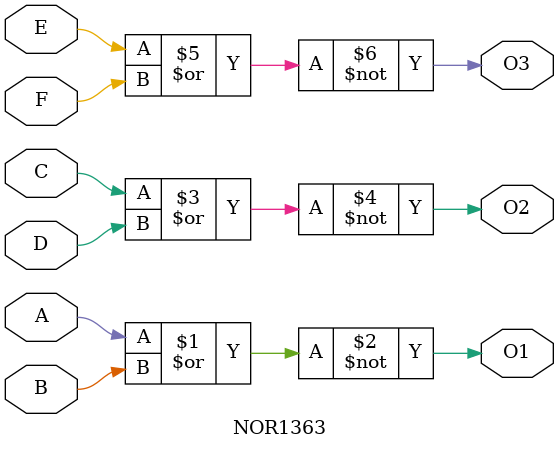
<source format=v>
module NOR1363(
     A,
     B,
     C,
     D,
     E,
     F,
     O1,
     O2,
     O3
    );

input A;
    input B;
    input C;
    input D;
    input E;
    input F;
    output O1;
    output O2;
    output O3;

assign O1 = ~(A | B);
assign O2 = ~(C | D);
assign O3 = ~(E | F);

endmodule

</source>
